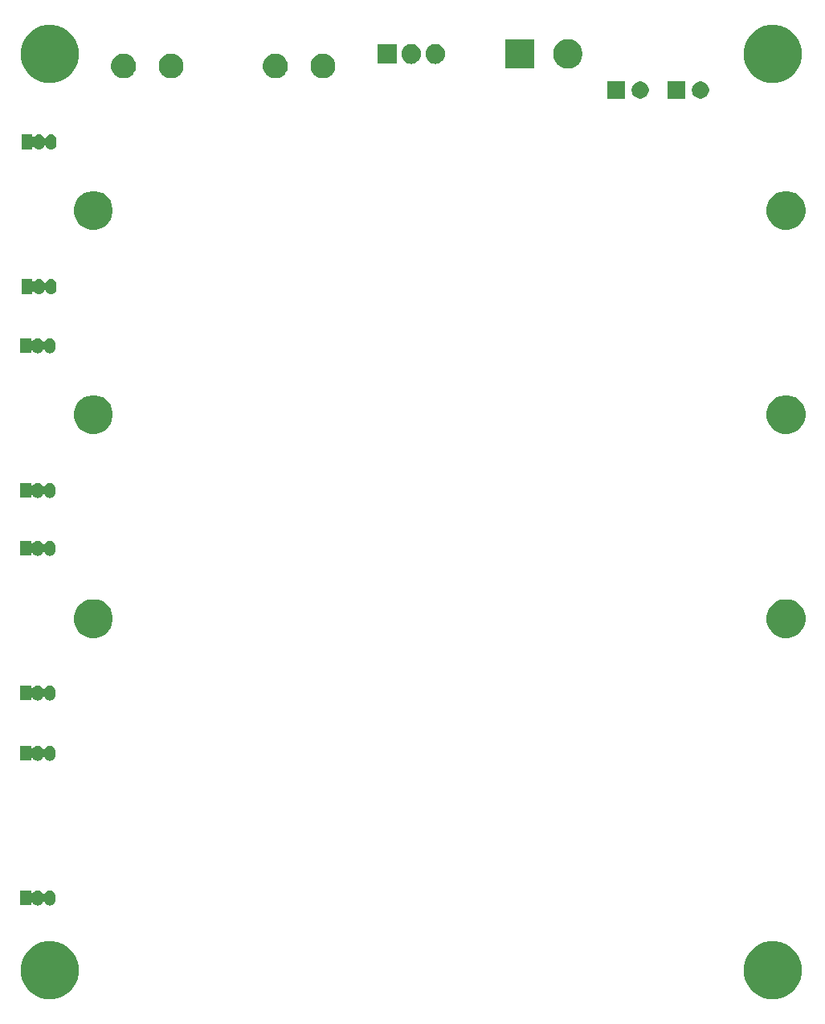
<source format=gbr>
G04 #@! TF.GenerationSoftware,KiCad,Pcbnew,5.1.5+dfsg1-2build2*
G04 #@! TF.CreationDate,2022-06-14T14:00:15+02:00*
G04 #@! TF.ProjectId,4x18650 z zabezpieczeniem,34783138-3635-4302-907a-207a6162657a,rev?*
G04 #@! TF.SameCoordinates,Original*
G04 #@! TF.FileFunction,Soldermask,Top*
G04 #@! TF.FilePolarity,Negative*
%FSLAX46Y46*%
G04 Gerber Fmt 4.6, Leading zero omitted, Abs format (unit mm)*
G04 Created by KiCad (PCBNEW 5.1.5+dfsg1-2build2) date 2022-06-14 14:00:15*
%MOMM*%
%LPD*%
G04 APERTURE LIST*
%ADD10C,0.100000*%
G04 APERTURE END LIST*
D10*
G36*
X229489943Y-157086248D02*
G01*
X230045189Y-157316238D01*
X230045190Y-157316239D01*
X230544899Y-157650134D01*
X230969866Y-158075101D01*
X230969867Y-158075103D01*
X231303762Y-158574811D01*
X231533752Y-159130057D01*
X231651000Y-159719501D01*
X231651000Y-160320499D01*
X231533752Y-160909943D01*
X231303762Y-161465189D01*
X231303761Y-161465190D01*
X230969866Y-161964899D01*
X230544899Y-162389866D01*
X230293347Y-162557948D01*
X230045189Y-162723762D01*
X229489943Y-162953752D01*
X228900499Y-163071000D01*
X228299501Y-163071000D01*
X227710057Y-162953752D01*
X227154811Y-162723762D01*
X226906653Y-162557948D01*
X226655101Y-162389866D01*
X226230134Y-161964899D01*
X225896239Y-161465190D01*
X225896238Y-161465189D01*
X225666248Y-160909943D01*
X225549000Y-160320499D01*
X225549000Y-159719501D01*
X225666248Y-159130057D01*
X225896238Y-158574811D01*
X226230133Y-158075103D01*
X226230134Y-158075101D01*
X226655101Y-157650134D01*
X227154810Y-157316239D01*
X227154811Y-157316238D01*
X227710057Y-157086248D01*
X228299501Y-156969000D01*
X228900499Y-156969000D01*
X229489943Y-157086248D01*
G37*
G36*
X153289943Y-157086248D02*
G01*
X153845189Y-157316238D01*
X153845190Y-157316239D01*
X154344899Y-157650134D01*
X154769866Y-158075101D01*
X154769867Y-158075103D01*
X155103762Y-158574811D01*
X155333752Y-159130057D01*
X155451000Y-159719501D01*
X155451000Y-160320499D01*
X155333752Y-160909943D01*
X155103762Y-161465189D01*
X155103761Y-161465190D01*
X154769866Y-161964899D01*
X154344899Y-162389866D01*
X154093347Y-162557948D01*
X153845189Y-162723762D01*
X153289943Y-162953752D01*
X152700499Y-163071000D01*
X152099501Y-163071000D01*
X151510057Y-162953752D01*
X150954811Y-162723762D01*
X150706653Y-162557948D01*
X150455101Y-162389866D01*
X150030134Y-161964899D01*
X149696239Y-161465190D01*
X149696238Y-161465189D01*
X149466248Y-160909943D01*
X149349000Y-160320499D01*
X149349000Y-159719501D01*
X149466248Y-159130057D01*
X149696238Y-158574811D01*
X150030133Y-158075103D01*
X150030134Y-158075101D01*
X150455101Y-157650134D01*
X150954810Y-157316239D01*
X150954811Y-157316238D01*
X151510057Y-157086248D01*
X152099501Y-156969000D01*
X152700499Y-156969000D01*
X153289943Y-157086248D01*
G37*
G36*
X152512915Y-151607334D02*
G01*
X152621491Y-151640271D01*
X152621494Y-151640272D01*
X152657600Y-151659571D01*
X152721556Y-151693756D01*
X152809264Y-151765736D01*
X152881244Y-151853443D01*
X152915429Y-151917399D01*
X152934728Y-151953505D01*
X152934729Y-151953508D01*
X152967666Y-152062084D01*
X152976000Y-152146702D01*
X152976000Y-152653297D01*
X152967666Y-152737916D01*
X152935252Y-152844767D01*
X152934728Y-152846495D01*
X152924761Y-152865141D01*
X152881244Y-152946557D01*
X152809264Y-153034264D01*
X152721557Y-153106244D01*
X152657601Y-153140429D01*
X152621495Y-153159728D01*
X152621492Y-153159729D01*
X152512916Y-153192666D01*
X152400000Y-153203787D01*
X152287085Y-153192666D01*
X152178509Y-153159729D01*
X152178506Y-153159728D01*
X152142400Y-153140429D01*
X152078444Y-153106244D01*
X151990737Y-153034264D01*
X151918757Y-152946557D01*
X151875239Y-152865141D01*
X151861625Y-152844766D01*
X151844298Y-152827439D01*
X151823924Y-152813826D01*
X151801285Y-152804448D01*
X151777252Y-152799668D01*
X151752748Y-152799668D01*
X151728715Y-152804448D01*
X151706076Y-152813826D01*
X151685701Y-152827440D01*
X151668374Y-152844767D01*
X151654761Y-152865141D01*
X151611244Y-152946557D01*
X151539264Y-153034264D01*
X151451557Y-153106244D01*
X151387601Y-153140429D01*
X151351495Y-153159728D01*
X151351492Y-153159729D01*
X151242916Y-153192666D01*
X151130000Y-153203787D01*
X151017085Y-153192666D01*
X150908509Y-153159729D01*
X150908506Y-153159728D01*
X150872400Y-153140429D01*
X150808444Y-153106244D01*
X150720737Y-153034264D01*
X150657622Y-152957359D01*
X150640297Y-152940034D01*
X150619923Y-152926420D01*
X150597284Y-152917043D01*
X150573250Y-152912263D01*
X150548746Y-152912263D01*
X150524713Y-152917044D01*
X150502074Y-152926421D01*
X150481700Y-152940035D01*
X150464373Y-152957362D01*
X150450759Y-152977736D01*
X150441382Y-153000375D01*
X150436000Y-153036660D01*
X150436000Y-153201000D01*
X149284000Y-153201000D01*
X149284000Y-151599000D01*
X150436000Y-151599000D01*
X150436000Y-151763341D01*
X150438402Y-151787727D01*
X150445515Y-151811176D01*
X150457066Y-151832787D01*
X150472611Y-151851729D01*
X150491553Y-151867274D01*
X150513164Y-151878825D01*
X150536613Y-151885938D01*
X150560999Y-151888340D01*
X150585385Y-151885938D01*
X150608834Y-151878825D01*
X150630445Y-151867274D01*
X150649387Y-151851729D01*
X150657608Y-151842657D01*
X150720736Y-151765736D01*
X150808443Y-151693756D01*
X150872399Y-151659571D01*
X150908505Y-151640272D01*
X150908508Y-151640271D01*
X151017084Y-151607334D01*
X151130000Y-151596213D01*
X151242915Y-151607334D01*
X151351491Y-151640271D01*
X151351494Y-151640272D01*
X151387600Y-151659571D01*
X151451556Y-151693756D01*
X151539264Y-151765736D01*
X151611244Y-151853443D01*
X151654761Y-151934859D01*
X151668375Y-151955234D01*
X151685702Y-151972561D01*
X151706076Y-151986174D01*
X151728715Y-151995552D01*
X151752748Y-152000332D01*
X151777252Y-152000332D01*
X151801285Y-151995552D01*
X151823924Y-151986174D01*
X151844299Y-151972560D01*
X151861626Y-151955233D01*
X151875239Y-151934860D01*
X151918756Y-151853444D01*
X151990736Y-151765736D01*
X152078443Y-151693756D01*
X152142399Y-151659571D01*
X152178505Y-151640272D01*
X152178508Y-151640271D01*
X152287084Y-151607334D01*
X152400000Y-151596213D01*
X152512915Y-151607334D01*
G37*
G36*
X152512915Y-136367334D02*
G01*
X152621491Y-136400271D01*
X152621494Y-136400272D01*
X152657600Y-136419571D01*
X152721556Y-136453756D01*
X152809264Y-136525736D01*
X152881244Y-136613443D01*
X152915429Y-136677399D01*
X152934728Y-136713505D01*
X152934729Y-136713508D01*
X152967666Y-136822084D01*
X152976000Y-136906702D01*
X152976000Y-137413297D01*
X152967666Y-137497916D01*
X152935252Y-137604767D01*
X152934728Y-137606495D01*
X152924761Y-137625141D01*
X152881244Y-137706557D01*
X152809264Y-137794264D01*
X152721557Y-137866244D01*
X152657601Y-137900429D01*
X152621495Y-137919728D01*
X152621492Y-137919729D01*
X152512916Y-137952666D01*
X152400000Y-137963787D01*
X152287085Y-137952666D01*
X152178509Y-137919729D01*
X152178506Y-137919728D01*
X152142400Y-137900429D01*
X152078444Y-137866244D01*
X151990737Y-137794264D01*
X151918757Y-137706557D01*
X151875239Y-137625141D01*
X151861625Y-137604766D01*
X151844298Y-137587439D01*
X151823924Y-137573826D01*
X151801285Y-137564448D01*
X151777252Y-137559668D01*
X151752748Y-137559668D01*
X151728715Y-137564448D01*
X151706076Y-137573826D01*
X151685701Y-137587440D01*
X151668374Y-137604767D01*
X151654761Y-137625141D01*
X151611244Y-137706557D01*
X151539264Y-137794264D01*
X151451557Y-137866244D01*
X151387601Y-137900429D01*
X151351495Y-137919728D01*
X151351492Y-137919729D01*
X151242916Y-137952666D01*
X151130000Y-137963787D01*
X151017085Y-137952666D01*
X150908509Y-137919729D01*
X150908506Y-137919728D01*
X150872400Y-137900429D01*
X150808444Y-137866244D01*
X150720737Y-137794264D01*
X150657622Y-137717359D01*
X150640297Y-137700034D01*
X150619923Y-137686420D01*
X150597284Y-137677043D01*
X150573250Y-137672263D01*
X150548746Y-137672263D01*
X150524713Y-137677044D01*
X150502074Y-137686421D01*
X150481700Y-137700035D01*
X150464373Y-137717362D01*
X150450759Y-137737736D01*
X150441382Y-137760375D01*
X150436000Y-137796660D01*
X150436000Y-137961000D01*
X149284000Y-137961000D01*
X149284000Y-136359000D01*
X150436000Y-136359000D01*
X150436000Y-136523341D01*
X150438402Y-136547727D01*
X150445515Y-136571176D01*
X150457066Y-136592787D01*
X150472611Y-136611729D01*
X150491553Y-136627274D01*
X150513164Y-136638825D01*
X150536613Y-136645938D01*
X150560999Y-136648340D01*
X150585385Y-136645938D01*
X150608834Y-136638825D01*
X150630445Y-136627274D01*
X150649387Y-136611729D01*
X150657608Y-136602657D01*
X150720736Y-136525736D01*
X150808443Y-136453756D01*
X150872399Y-136419571D01*
X150908505Y-136400272D01*
X150908508Y-136400271D01*
X151017084Y-136367334D01*
X151130000Y-136356213D01*
X151242915Y-136367334D01*
X151351491Y-136400271D01*
X151351494Y-136400272D01*
X151387600Y-136419571D01*
X151451556Y-136453756D01*
X151539264Y-136525736D01*
X151611244Y-136613443D01*
X151654761Y-136694859D01*
X151668375Y-136715234D01*
X151685702Y-136732561D01*
X151706076Y-136746174D01*
X151728715Y-136755552D01*
X151752748Y-136760332D01*
X151777252Y-136760332D01*
X151801285Y-136755552D01*
X151823924Y-136746174D01*
X151844299Y-136732560D01*
X151861626Y-136715233D01*
X151875239Y-136694860D01*
X151918756Y-136613444D01*
X151990736Y-136525736D01*
X152078443Y-136453756D01*
X152142399Y-136419571D01*
X152178505Y-136400272D01*
X152178508Y-136400271D01*
X152287084Y-136367334D01*
X152400000Y-136356213D01*
X152512915Y-136367334D01*
G37*
G36*
X152512915Y-130017334D02*
G01*
X152621491Y-130050271D01*
X152621494Y-130050272D01*
X152657600Y-130069571D01*
X152721556Y-130103756D01*
X152809264Y-130175736D01*
X152881244Y-130263443D01*
X152915429Y-130327399D01*
X152934728Y-130363505D01*
X152934729Y-130363508D01*
X152967666Y-130472084D01*
X152976000Y-130556702D01*
X152976000Y-131063297D01*
X152967666Y-131147916D01*
X152935252Y-131254767D01*
X152934728Y-131256495D01*
X152924761Y-131275141D01*
X152881244Y-131356557D01*
X152809264Y-131444264D01*
X152721557Y-131516244D01*
X152657601Y-131550429D01*
X152621495Y-131569728D01*
X152621492Y-131569729D01*
X152512916Y-131602666D01*
X152400000Y-131613787D01*
X152287085Y-131602666D01*
X152178509Y-131569729D01*
X152178506Y-131569728D01*
X152142400Y-131550429D01*
X152078444Y-131516244D01*
X151990737Y-131444264D01*
X151918757Y-131356557D01*
X151875239Y-131275141D01*
X151861625Y-131254766D01*
X151844298Y-131237439D01*
X151823924Y-131223826D01*
X151801285Y-131214448D01*
X151777252Y-131209668D01*
X151752748Y-131209668D01*
X151728715Y-131214448D01*
X151706076Y-131223826D01*
X151685701Y-131237440D01*
X151668374Y-131254767D01*
X151654761Y-131275141D01*
X151611244Y-131356557D01*
X151539264Y-131444264D01*
X151451557Y-131516244D01*
X151387601Y-131550429D01*
X151351495Y-131569728D01*
X151351492Y-131569729D01*
X151242916Y-131602666D01*
X151130000Y-131613787D01*
X151017085Y-131602666D01*
X150908509Y-131569729D01*
X150908506Y-131569728D01*
X150872400Y-131550429D01*
X150808444Y-131516244D01*
X150720737Y-131444264D01*
X150657622Y-131367359D01*
X150640297Y-131350034D01*
X150619923Y-131336420D01*
X150597284Y-131327043D01*
X150573250Y-131322263D01*
X150548746Y-131322263D01*
X150524713Y-131327044D01*
X150502074Y-131336421D01*
X150481700Y-131350035D01*
X150464373Y-131367362D01*
X150450759Y-131387736D01*
X150441382Y-131410375D01*
X150436000Y-131446660D01*
X150436000Y-131611000D01*
X149284000Y-131611000D01*
X149284000Y-130009000D01*
X150436000Y-130009000D01*
X150436000Y-130173341D01*
X150438402Y-130197727D01*
X150445515Y-130221176D01*
X150457066Y-130242787D01*
X150472611Y-130261729D01*
X150491553Y-130277274D01*
X150513164Y-130288825D01*
X150536613Y-130295938D01*
X150560999Y-130298340D01*
X150585385Y-130295938D01*
X150608834Y-130288825D01*
X150630445Y-130277274D01*
X150649387Y-130261729D01*
X150657608Y-130252657D01*
X150720736Y-130175736D01*
X150808443Y-130103756D01*
X150872399Y-130069571D01*
X150908505Y-130050272D01*
X150908508Y-130050271D01*
X151017084Y-130017334D01*
X151130000Y-130006213D01*
X151242915Y-130017334D01*
X151351491Y-130050271D01*
X151351494Y-130050272D01*
X151387600Y-130069571D01*
X151451556Y-130103756D01*
X151539264Y-130175736D01*
X151611244Y-130263443D01*
X151654761Y-130344859D01*
X151668375Y-130365234D01*
X151685702Y-130382561D01*
X151706076Y-130396174D01*
X151728715Y-130405552D01*
X151752748Y-130410332D01*
X151777252Y-130410332D01*
X151801285Y-130405552D01*
X151823924Y-130396174D01*
X151844299Y-130382560D01*
X151861626Y-130365233D01*
X151875239Y-130344860D01*
X151918756Y-130263444D01*
X151990736Y-130175736D01*
X152078443Y-130103756D01*
X152142399Y-130069571D01*
X152178505Y-130050272D01*
X152178508Y-130050271D01*
X152287084Y-130017334D01*
X152400000Y-130006213D01*
X152512915Y-130017334D01*
G37*
G36*
X157598254Y-121027818D02*
G01*
X157971511Y-121182426D01*
X157971513Y-121182427D01*
X158307436Y-121406884D01*
X158593116Y-121692564D01*
X158817574Y-122028489D01*
X158972182Y-122401746D01*
X159051000Y-122797993D01*
X159051000Y-123202007D01*
X158972182Y-123598254D01*
X158817574Y-123971511D01*
X158817573Y-123971513D01*
X158593116Y-124307436D01*
X158307436Y-124593116D01*
X157971513Y-124817573D01*
X157971512Y-124817574D01*
X157971511Y-124817574D01*
X157598254Y-124972182D01*
X157202007Y-125051000D01*
X156797993Y-125051000D01*
X156401746Y-124972182D01*
X156028489Y-124817574D01*
X156028488Y-124817574D01*
X156028487Y-124817573D01*
X155692564Y-124593116D01*
X155406884Y-124307436D01*
X155182427Y-123971513D01*
X155182426Y-123971511D01*
X155027818Y-123598254D01*
X154949000Y-123202007D01*
X154949000Y-122797993D01*
X155027818Y-122401746D01*
X155182426Y-122028489D01*
X155406884Y-121692564D01*
X155692564Y-121406884D01*
X156028487Y-121182427D01*
X156028489Y-121182426D01*
X156401746Y-121027818D01*
X156797993Y-120949000D01*
X157202007Y-120949000D01*
X157598254Y-121027818D01*
G37*
G36*
X230598254Y-121027818D02*
G01*
X230971511Y-121182426D01*
X230971513Y-121182427D01*
X231307436Y-121406884D01*
X231593116Y-121692564D01*
X231817574Y-122028489D01*
X231972182Y-122401746D01*
X232051000Y-122797993D01*
X232051000Y-123202007D01*
X231972182Y-123598254D01*
X231817574Y-123971511D01*
X231817573Y-123971513D01*
X231593116Y-124307436D01*
X231307436Y-124593116D01*
X230971513Y-124817573D01*
X230971512Y-124817574D01*
X230971511Y-124817574D01*
X230598254Y-124972182D01*
X230202007Y-125051000D01*
X229797993Y-125051000D01*
X229401746Y-124972182D01*
X229028489Y-124817574D01*
X229028488Y-124817574D01*
X229028487Y-124817573D01*
X228692564Y-124593116D01*
X228406884Y-124307436D01*
X228182427Y-123971513D01*
X228182426Y-123971511D01*
X228027818Y-123598254D01*
X227949000Y-123202007D01*
X227949000Y-122797993D01*
X228027818Y-122401746D01*
X228182426Y-122028489D01*
X228406884Y-121692564D01*
X228692564Y-121406884D01*
X229028487Y-121182427D01*
X229028489Y-121182426D01*
X229401746Y-121027818D01*
X229797993Y-120949000D01*
X230202007Y-120949000D01*
X230598254Y-121027818D01*
G37*
G36*
X152512915Y-114777334D02*
G01*
X152621491Y-114810271D01*
X152621494Y-114810272D01*
X152657600Y-114829571D01*
X152721556Y-114863756D01*
X152809264Y-114935736D01*
X152881244Y-115023443D01*
X152915429Y-115087399D01*
X152934728Y-115123505D01*
X152934729Y-115123508D01*
X152967666Y-115232084D01*
X152976000Y-115316702D01*
X152976000Y-115823297D01*
X152967666Y-115907916D01*
X152935252Y-116014767D01*
X152934728Y-116016495D01*
X152924761Y-116035141D01*
X152881244Y-116116557D01*
X152809264Y-116204264D01*
X152721557Y-116276244D01*
X152657601Y-116310429D01*
X152621495Y-116329728D01*
X152621492Y-116329729D01*
X152512916Y-116362666D01*
X152400000Y-116373787D01*
X152287085Y-116362666D01*
X152178509Y-116329729D01*
X152178506Y-116329728D01*
X152142400Y-116310429D01*
X152078444Y-116276244D01*
X151990737Y-116204264D01*
X151918757Y-116116557D01*
X151875239Y-116035141D01*
X151861625Y-116014766D01*
X151844298Y-115997439D01*
X151823924Y-115983826D01*
X151801285Y-115974448D01*
X151777252Y-115969668D01*
X151752748Y-115969668D01*
X151728715Y-115974448D01*
X151706076Y-115983826D01*
X151685701Y-115997440D01*
X151668374Y-116014767D01*
X151654761Y-116035141D01*
X151611244Y-116116557D01*
X151539264Y-116204264D01*
X151451557Y-116276244D01*
X151387601Y-116310429D01*
X151351495Y-116329728D01*
X151351492Y-116329729D01*
X151242916Y-116362666D01*
X151130000Y-116373787D01*
X151017085Y-116362666D01*
X150908509Y-116329729D01*
X150908506Y-116329728D01*
X150872400Y-116310429D01*
X150808444Y-116276244D01*
X150720737Y-116204264D01*
X150657622Y-116127359D01*
X150640297Y-116110034D01*
X150619923Y-116096420D01*
X150597284Y-116087043D01*
X150573250Y-116082263D01*
X150548746Y-116082263D01*
X150524713Y-116087044D01*
X150502074Y-116096421D01*
X150481700Y-116110035D01*
X150464373Y-116127362D01*
X150450759Y-116147736D01*
X150441382Y-116170375D01*
X150436000Y-116206660D01*
X150436000Y-116371000D01*
X149284000Y-116371000D01*
X149284000Y-114769000D01*
X150436000Y-114769000D01*
X150436000Y-114933341D01*
X150438402Y-114957727D01*
X150445515Y-114981176D01*
X150457066Y-115002787D01*
X150472611Y-115021729D01*
X150491553Y-115037274D01*
X150513164Y-115048825D01*
X150536613Y-115055938D01*
X150560999Y-115058340D01*
X150585385Y-115055938D01*
X150608834Y-115048825D01*
X150630445Y-115037274D01*
X150649387Y-115021729D01*
X150657608Y-115012657D01*
X150720736Y-114935736D01*
X150808443Y-114863756D01*
X150872399Y-114829571D01*
X150908505Y-114810272D01*
X150908508Y-114810271D01*
X151017084Y-114777334D01*
X151130000Y-114766213D01*
X151242915Y-114777334D01*
X151351491Y-114810271D01*
X151351494Y-114810272D01*
X151387600Y-114829571D01*
X151451556Y-114863756D01*
X151539264Y-114935736D01*
X151611244Y-115023443D01*
X151654761Y-115104859D01*
X151668375Y-115125234D01*
X151685702Y-115142561D01*
X151706076Y-115156174D01*
X151728715Y-115165552D01*
X151752748Y-115170332D01*
X151777252Y-115170332D01*
X151801285Y-115165552D01*
X151823924Y-115156174D01*
X151844299Y-115142560D01*
X151861626Y-115125233D01*
X151875239Y-115104860D01*
X151918756Y-115023444D01*
X151990736Y-114935736D01*
X152078443Y-114863756D01*
X152142399Y-114829571D01*
X152178505Y-114810272D01*
X152178508Y-114810271D01*
X152287084Y-114777334D01*
X152400000Y-114766213D01*
X152512915Y-114777334D01*
G37*
G36*
X152512915Y-108681334D02*
G01*
X152621491Y-108714271D01*
X152621494Y-108714272D01*
X152657600Y-108733571D01*
X152721556Y-108767756D01*
X152809264Y-108839736D01*
X152881244Y-108927443D01*
X152915429Y-108991399D01*
X152934728Y-109027505D01*
X152934729Y-109027508D01*
X152967666Y-109136084D01*
X152976000Y-109220702D01*
X152976000Y-109727297D01*
X152967666Y-109811916D01*
X152935252Y-109918767D01*
X152934728Y-109920495D01*
X152924761Y-109939141D01*
X152881244Y-110020557D01*
X152809264Y-110108264D01*
X152721557Y-110180244D01*
X152657601Y-110214429D01*
X152621495Y-110233728D01*
X152621492Y-110233729D01*
X152512916Y-110266666D01*
X152400000Y-110277787D01*
X152287085Y-110266666D01*
X152178509Y-110233729D01*
X152178506Y-110233728D01*
X152142400Y-110214429D01*
X152078444Y-110180244D01*
X151990737Y-110108264D01*
X151918757Y-110020557D01*
X151875239Y-109939141D01*
X151861625Y-109918766D01*
X151844298Y-109901439D01*
X151823924Y-109887826D01*
X151801285Y-109878448D01*
X151777252Y-109873668D01*
X151752748Y-109873668D01*
X151728715Y-109878448D01*
X151706076Y-109887826D01*
X151685701Y-109901440D01*
X151668374Y-109918767D01*
X151654761Y-109939141D01*
X151611244Y-110020557D01*
X151539264Y-110108264D01*
X151451557Y-110180244D01*
X151387601Y-110214429D01*
X151351495Y-110233728D01*
X151351492Y-110233729D01*
X151242916Y-110266666D01*
X151130000Y-110277787D01*
X151017085Y-110266666D01*
X150908509Y-110233729D01*
X150908506Y-110233728D01*
X150872400Y-110214429D01*
X150808444Y-110180244D01*
X150720737Y-110108264D01*
X150657622Y-110031359D01*
X150640297Y-110014034D01*
X150619923Y-110000420D01*
X150597284Y-109991043D01*
X150573250Y-109986263D01*
X150548746Y-109986263D01*
X150524713Y-109991044D01*
X150502074Y-110000421D01*
X150481700Y-110014035D01*
X150464373Y-110031362D01*
X150450759Y-110051736D01*
X150441382Y-110074375D01*
X150436000Y-110110660D01*
X150436000Y-110275000D01*
X149284000Y-110275000D01*
X149284000Y-108673000D01*
X150436000Y-108673000D01*
X150436000Y-108837341D01*
X150438402Y-108861727D01*
X150445515Y-108885176D01*
X150457066Y-108906787D01*
X150472611Y-108925729D01*
X150491553Y-108941274D01*
X150513164Y-108952825D01*
X150536613Y-108959938D01*
X150560999Y-108962340D01*
X150585385Y-108959938D01*
X150608834Y-108952825D01*
X150630445Y-108941274D01*
X150649387Y-108925729D01*
X150657608Y-108916657D01*
X150720736Y-108839736D01*
X150808443Y-108767756D01*
X150872399Y-108733571D01*
X150908505Y-108714272D01*
X150908508Y-108714271D01*
X151017084Y-108681334D01*
X151130000Y-108670213D01*
X151242915Y-108681334D01*
X151351491Y-108714271D01*
X151351494Y-108714272D01*
X151387600Y-108733571D01*
X151451556Y-108767756D01*
X151539264Y-108839736D01*
X151611244Y-108927443D01*
X151654761Y-109008859D01*
X151668375Y-109029234D01*
X151685702Y-109046561D01*
X151706076Y-109060174D01*
X151728715Y-109069552D01*
X151752748Y-109074332D01*
X151777252Y-109074332D01*
X151801285Y-109069552D01*
X151823924Y-109060174D01*
X151844299Y-109046560D01*
X151861626Y-109029233D01*
X151875239Y-109008860D01*
X151918756Y-108927444D01*
X151990736Y-108839736D01*
X152078443Y-108767756D01*
X152142399Y-108733571D01*
X152178505Y-108714272D01*
X152178508Y-108714271D01*
X152287084Y-108681334D01*
X152400000Y-108670213D01*
X152512915Y-108681334D01*
G37*
G36*
X230598254Y-99527818D02*
G01*
X230971511Y-99682426D01*
X230971513Y-99682427D01*
X231307436Y-99906884D01*
X231593116Y-100192564D01*
X231817574Y-100528489D01*
X231972182Y-100901746D01*
X232051000Y-101297993D01*
X232051000Y-101702007D01*
X231972182Y-102098254D01*
X231817574Y-102471511D01*
X231817573Y-102471513D01*
X231593116Y-102807436D01*
X231307436Y-103093116D01*
X230971513Y-103317573D01*
X230971512Y-103317574D01*
X230971511Y-103317574D01*
X230598254Y-103472182D01*
X230202007Y-103551000D01*
X229797993Y-103551000D01*
X229401746Y-103472182D01*
X229028489Y-103317574D01*
X229028488Y-103317574D01*
X229028487Y-103317573D01*
X228692564Y-103093116D01*
X228406884Y-102807436D01*
X228182427Y-102471513D01*
X228182426Y-102471511D01*
X228027818Y-102098254D01*
X227949000Y-101702007D01*
X227949000Y-101297993D01*
X228027818Y-100901746D01*
X228182426Y-100528489D01*
X228406884Y-100192564D01*
X228692564Y-99906884D01*
X229028487Y-99682427D01*
X229028489Y-99682426D01*
X229401746Y-99527818D01*
X229797993Y-99449000D01*
X230202007Y-99449000D01*
X230598254Y-99527818D01*
G37*
G36*
X157598254Y-99527818D02*
G01*
X157971511Y-99682426D01*
X157971513Y-99682427D01*
X158307436Y-99906884D01*
X158593116Y-100192564D01*
X158817574Y-100528489D01*
X158972182Y-100901746D01*
X159051000Y-101297993D01*
X159051000Y-101702007D01*
X158972182Y-102098254D01*
X158817574Y-102471511D01*
X158817573Y-102471513D01*
X158593116Y-102807436D01*
X158307436Y-103093116D01*
X157971513Y-103317573D01*
X157971512Y-103317574D01*
X157971511Y-103317574D01*
X157598254Y-103472182D01*
X157202007Y-103551000D01*
X156797993Y-103551000D01*
X156401746Y-103472182D01*
X156028489Y-103317574D01*
X156028488Y-103317574D01*
X156028487Y-103317573D01*
X155692564Y-103093116D01*
X155406884Y-102807436D01*
X155182427Y-102471513D01*
X155182426Y-102471511D01*
X155027818Y-102098254D01*
X154949000Y-101702007D01*
X154949000Y-101297993D01*
X155027818Y-100901746D01*
X155182426Y-100528489D01*
X155406884Y-100192564D01*
X155692564Y-99906884D01*
X156028487Y-99682427D01*
X156028489Y-99682426D01*
X156401746Y-99527818D01*
X156797993Y-99449000D01*
X157202007Y-99449000D01*
X157598254Y-99527818D01*
G37*
G36*
X152512915Y-93441334D02*
G01*
X152621491Y-93474271D01*
X152621494Y-93474272D01*
X152657600Y-93493571D01*
X152721556Y-93527756D01*
X152809264Y-93599736D01*
X152881244Y-93687443D01*
X152915429Y-93751399D01*
X152934728Y-93787505D01*
X152934729Y-93787508D01*
X152967666Y-93896084D01*
X152976000Y-93980702D01*
X152976000Y-94487297D01*
X152967666Y-94571916D01*
X152935252Y-94678767D01*
X152934728Y-94680495D01*
X152924761Y-94699141D01*
X152881244Y-94780557D01*
X152809264Y-94868264D01*
X152721557Y-94940244D01*
X152657601Y-94974429D01*
X152621495Y-94993728D01*
X152621492Y-94993729D01*
X152512916Y-95026666D01*
X152400000Y-95037787D01*
X152287085Y-95026666D01*
X152178509Y-94993729D01*
X152178506Y-94993728D01*
X152142400Y-94974429D01*
X152078444Y-94940244D01*
X151990737Y-94868264D01*
X151918757Y-94780557D01*
X151875239Y-94699141D01*
X151861625Y-94678766D01*
X151844298Y-94661439D01*
X151823924Y-94647826D01*
X151801285Y-94638448D01*
X151777252Y-94633668D01*
X151752748Y-94633668D01*
X151728715Y-94638448D01*
X151706076Y-94647826D01*
X151685701Y-94661440D01*
X151668374Y-94678767D01*
X151654761Y-94699141D01*
X151611244Y-94780557D01*
X151539264Y-94868264D01*
X151451557Y-94940244D01*
X151387601Y-94974429D01*
X151351495Y-94993728D01*
X151351492Y-94993729D01*
X151242916Y-95026666D01*
X151130000Y-95037787D01*
X151017085Y-95026666D01*
X150908509Y-94993729D01*
X150908506Y-94993728D01*
X150872400Y-94974429D01*
X150808444Y-94940244D01*
X150720737Y-94868264D01*
X150657622Y-94791359D01*
X150640297Y-94774034D01*
X150619923Y-94760420D01*
X150597284Y-94751043D01*
X150573250Y-94746263D01*
X150548746Y-94746263D01*
X150524713Y-94751044D01*
X150502074Y-94760421D01*
X150481700Y-94774035D01*
X150464373Y-94791362D01*
X150450759Y-94811736D01*
X150441382Y-94834375D01*
X150436000Y-94870660D01*
X150436000Y-95035000D01*
X149284000Y-95035000D01*
X149284000Y-93433000D01*
X150436000Y-93433000D01*
X150436000Y-93597341D01*
X150438402Y-93621727D01*
X150445515Y-93645176D01*
X150457066Y-93666787D01*
X150472611Y-93685729D01*
X150491553Y-93701274D01*
X150513164Y-93712825D01*
X150536613Y-93719938D01*
X150560999Y-93722340D01*
X150585385Y-93719938D01*
X150608834Y-93712825D01*
X150630445Y-93701274D01*
X150649387Y-93685729D01*
X150657608Y-93676657D01*
X150720736Y-93599736D01*
X150808443Y-93527756D01*
X150872399Y-93493571D01*
X150908505Y-93474272D01*
X150908508Y-93474271D01*
X151017084Y-93441334D01*
X151130000Y-93430213D01*
X151242915Y-93441334D01*
X151351491Y-93474271D01*
X151351494Y-93474272D01*
X151387600Y-93493571D01*
X151451556Y-93527756D01*
X151539264Y-93599736D01*
X151611244Y-93687443D01*
X151654761Y-93768859D01*
X151668375Y-93789234D01*
X151685702Y-93806561D01*
X151706076Y-93820174D01*
X151728715Y-93829552D01*
X151752748Y-93834332D01*
X151777252Y-93834332D01*
X151801285Y-93829552D01*
X151823924Y-93820174D01*
X151844299Y-93806560D01*
X151861626Y-93789233D01*
X151875239Y-93768860D01*
X151918756Y-93687444D01*
X151990736Y-93599736D01*
X152078443Y-93527756D01*
X152142399Y-93493571D01*
X152178505Y-93474272D01*
X152178508Y-93474271D01*
X152287084Y-93441334D01*
X152400000Y-93430213D01*
X152512915Y-93441334D01*
G37*
G36*
X152644915Y-87201334D02*
G01*
X152753491Y-87234271D01*
X152753494Y-87234272D01*
X152789600Y-87253571D01*
X152853556Y-87287756D01*
X152941264Y-87359736D01*
X153013244Y-87447443D01*
X153047429Y-87511399D01*
X153066728Y-87547505D01*
X153066729Y-87547508D01*
X153099666Y-87656084D01*
X153108000Y-87740702D01*
X153108000Y-88247297D01*
X153099666Y-88331916D01*
X153067252Y-88438767D01*
X153066728Y-88440495D01*
X153056761Y-88459141D01*
X153013244Y-88540557D01*
X152941264Y-88628264D01*
X152853557Y-88700244D01*
X152789601Y-88734429D01*
X152753495Y-88753728D01*
X152753492Y-88753729D01*
X152644916Y-88786666D01*
X152532000Y-88797787D01*
X152419085Y-88786666D01*
X152310509Y-88753729D01*
X152310506Y-88753728D01*
X152274400Y-88734429D01*
X152210444Y-88700244D01*
X152122737Y-88628264D01*
X152050757Y-88540557D01*
X152007239Y-88459141D01*
X151993625Y-88438766D01*
X151976298Y-88421439D01*
X151955924Y-88407826D01*
X151933285Y-88398448D01*
X151909252Y-88393668D01*
X151884748Y-88393668D01*
X151860715Y-88398448D01*
X151838076Y-88407826D01*
X151817701Y-88421440D01*
X151800374Y-88438767D01*
X151786761Y-88459141D01*
X151743244Y-88540557D01*
X151671264Y-88628264D01*
X151583557Y-88700244D01*
X151519601Y-88734429D01*
X151483495Y-88753728D01*
X151483492Y-88753729D01*
X151374916Y-88786666D01*
X151262000Y-88797787D01*
X151149085Y-88786666D01*
X151040509Y-88753729D01*
X151040506Y-88753728D01*
X151004400Y-88734429D01*
X150940444Y-88700244D01*
X150852737Y-88628264D01*
X150789622Y-88551359D01*
X150772297Y-88534034D01*
X150751923Y-88520420D01*
X150729284Y-88511043D01*
X150705250Y-88506263D01*
X150680746Y-88506263D01*
X150656713Y-88511044D01*
X150634074Y-88520421D01*
X150613700Y-88534035D01*
X150596373Y-88551362D01*
X150582759Y-88571736D01*
X150573382Y-88594375D01*
X150568000Y-88630660D01*
X150568000Y-88795000D01*
X149416000Y-88795000D01*
X149416000Y-87193000D01*
X150568000Y-87193000D01*
X150568000Y-87357341D01*
X150570402Y-87381727D01*
X150577515Y-87405176D01*
X150589066Y-87426787D01*
X150604611Y-87445729D01*
X150623553Y-87461274D01*
X150645164Y-87472825D01*
X150668613Y-87479938D01*
X150692999Y-87482340D01*
X150717385Y-87479938D01*
X150740834Y-87472825D01*
X150762445Y-87461274D01*
X150781387Y-87445729D01*
X150789608Y-87436657D01*
X150852736Y-87359736D01*
X150940443Y-87287756D01*
X151004399Y-87253571D01*
X151040505Y-87234272D01*
X151040508Y-87234271D01*
X151149084Y-87201334D01*
X151262000Y-87190213D01*
X151374915Y-87201334D01*
X151483491Y-87234271D01*
X151483494Y-87234272D01*
X151519600Y-87253571D01*
X151583556Y-87287756D01*
X151671264Y-87359736D01*
X151743244Y-87447443D01*
X151786761Y-87528859D01*
X151800375Y-87549234D01*
X151817702Y-87566561D01*
X151838076Y-87580174D01*
X151860715Y-87589552D01*
X151884748Y-87594332D01*
X151909252Y-87594332D01*
X151933285Y-87589552D01*
X151955924Y-87580174D01*
X151976299Y-87566560D01*
X151993626Y-87549233D01*
X152007239Y-87528860D01*
X152050756Y-87447444D01*
X152122736Y-87359736D01*
X152210443Y-87287756D01*
X152274399Y-87253571D01*
X152310505Y-87234272D01*
X152310508Y-87234271D01*
X152419084Y-87201334D01*
X152532000Y-87190213D01*
X152644915Y-87201334D01*
G37*
G36*
X157598254Y-78027818D02*
G01*
X157971511Y-78182426D01*
X157971513Y-78182427D01*
X158307436Y-78406884D01*
X158593116Y-78692564D01*
X158817574Y-79028489D01*
X158972182Y-79401746D01*
X159051000Y-79797993D01*
X159051000Y-80202007D01*
X158972182Y-80598254D01*
X158817574Y-80971511D01*
X158817573Y-80971513D01*
X158593116Y-81307436D01*
X158307436Y-81593116D01*
X157971513Y-81817573D01*
X157971512Y-81817574D01*
X157971511Y-81817574D01*
X157598254Y-81972182D01*
X157202007Y-82051000D01*
X156797993Y-82051000D01*
X156401746Y-81972182D01*
X156028489Y-81817574D01*
X156028488Y-81817574D01*
X156028487Y-81817573D01*
X155692564Y-81593116D01*
X155406884Y-81307436D01*
X155182427Y-80971513D01*
X155182426Y-80971511D01*
X155027818Y-80598254D01*
X154949000Y-80202007D01*
X154949000Y-79797993D01*
X155027818Y-79401746D01*
X155182426Y-79028489D01*
X155406884Y-78692564D01*
X155692564Y-78406884D01*
X156028487Y-78182427D01*
X156028489Y-78182426D01*
X156401746Y-78027818D01*
X156797993Y-77949000D01*
X157202007Y-77949000D01*
X157598254Y-78027818D01*
G37*
G36*
X230598254Y-78027818D02*
G01*
X230971511Y-78182426D01*
X230971513Y-78182427D01*
X231307436Y-78406884D01*
X231593116Y-78692564D01*
X231817574Y-79028489D01*
X231972182Y-79401746D01*
X232051000Y-79797993D01*
X232051000Y-80202007D01*
X231972182Y-80598254D01*
X231817574Y-80971511D01*
X231817573Y-80971513D01*
X231593116Y-81307436D01*
X231307436Y-81593116D01*
X230971513Y-81817573D01*
X230971512Y-81817574D01*
X230971511Y-81817574D01*
X230598254Y-81972182D01*
X230202007Y-82051000D01*
X229797993Y-82051000D01*
X229401746Y-81972182D01*
X229028489Y-81817574D01*
X229028488Y-81817574D01*
X229028487Y-81817573D01*
X228692564Y-81593116D01*
X228406884Y-81307436D01*
X228182427Y-80971513D01*
X228182426Y-80971511D01*
X228027818Y-80598254D01*
X227949000Y-80202007D01*
X227949000Y-79797993D01*
X228027818Y-79401746D01*
X228182426Y-79028489D01*
X228406884Y-78692564D01*
X228692564Y-78406884D01*
X229028487Y-78182427D01*
X229028489Y-78182426D01*
X229401746Y-78027818D01*
X229797993Y-77949000D01*
X230202007Y-77949000D01*
X230598254Y-78027818D01*
G37*
G36*
X152644915Y-71961334D02*
G01*
X152753491Y-71994271D01*
X152753494Y-71994272D01*
X152789600Y-72013571D01*
X152853556Y-72047756D01*
X152941264Y-72119736D01*
X153013244Y-72207443D01*
X153047429Y-72271399D01*
X153066728Y-72307505D01*
X153066729Y-72307508D01*
X153099666Y-72416084D01*
X153108000Y-72500702D01*
X153108000Y-73007297D01*
X153099666Y-73091916D01*
X153067252Y-73198767D01*
X153066728Y-73200495D01*
X153056761Y-73219141D01*
X153013244Y-73300557D01*
X152941264Y-73388264D01*
X152853557Y-73460244D01*
X152789601Y-73494429D01*
X152753495Y-73513728D01*
X152753492Y-73513729D01*
X152644916Y-73546666D01*
X152532000Y-73557787D01*
X152419085Y-73546666D01*
X152310509Y-73513729D01*
X152310506Y-73513728D01*
X152274400Y-73494429D01*
X152210444Y-73460244D01*
X152122737Y-73388264D01*
X152050757Y-73300557D01*
X152007239Y-73219141D01*
X151993625Y-73198766D01*
X151976298Y-73181439D01*
X151955924Y-73167826D01*
X151933285Y-73158448D01*
X151909252Y-73153668D01*
X151884748Y-73153668D01*
X151860715Y-73158448D01*
X151838076Y-73167826D01*
X151817701Y-73181440D01*
X151800374Y-73198767D01*
X151786761Y-73219141D01*
X151743244Y-73300557D01*
X151671264Y-73388264D01*
X151583557Y-73460244D01*
X151519601Y-73494429D01*
X151483495Y-73513728D01*
X151483492Y-73513729D01*
X151374916Y-73546666D01*
X151262000Y-73557787D01*
X151149085Y-73546666D01*
X151040509Y-73513729D01*
X151040506Y-73513728D01*
X151004400Y-73494429D01*
X150940444Y-73460244D01*
X150852737Y-73388264D01*
X150789622Y-73311359D01*
X150772297Y-73294034D01*
X150751923Y-73280420D01*
X150729284Y-73271043D01*
X150705250Y-73266263D01*
X150680746Y-73266263D01*
X150656713Y-73271044D01*
X150634074Y-73280421D01*
X150613700Y-73294035D01*
X150596373Y-73311362D01*
X150582759Y-73331736D01*
X150573382Y-73354375D01*
X150568000Y-73390660D01*
X150568000Y-73555000D01*
X149416000Y-73555000D01*
X149416000Y-71953000D01*
X150568000Y-71953000D01*
X150568000Y-72117341D01*
X150570402Y-72141727D01*
X150577515Y-72165176D01*
X150589066Y-72186787D01*
X150604611Y-72205729D01*
X150623553Y-72221274D01*
X150645164Y-72232825D01*
X150668613Y-72239938D01*
X150692999Y-72242340D01*
X150717385Y-72239938D01*
X150740834Y-72232825D01*
X150762445Y-72221274D01*
X150781387Y-72205729D01*
X150789608Y-72196657D01*
X150852736Y-72119736D01*
X150940443Y-72047756D01*
X151004399Y-72013571D01*
X151040505Y-71994272D01*
X151040508Y-71994271D01*
X151149084Y-71961334D01*
X151262000Y-71950213D01*
X151374915Y-71961334D01*
X151483491Y-71994271D01*
X151483494Y-71994272D01*
X151519600Y-72013571D01*
X151583556Y-72047756D01*
X151671264Y-72119736D01*
X151743244Y-72207443D01*
X151786761Y-72288859D01*
X151800375Y-72309234D01*
X151817702Y-72326561D01*
X151838076Y-72340174D01*
X151860715Y-72349552D01*
X151884748Y-72354332D01*
X151909252Y-72354332D01*
X151933285Y-72349552D01*
X151955924Y-72340174D01*
X151976299Y-72326560D01*
X151993626Y-72309233D01*
X152007239Y-72288860D01*
X152050756Y-72207444D01*
X152122736Y-72119736D01*
X152210443Y-72047756D01*
X152274399Y-72013571D01*
X152310505Y-71994272D01*
X152310508Y-71994271D01*
X152419084Y-71961334D01*
X152532000Y-71950213D01*
X152644915Y-71961334D01*
G37*
G36*
X219341000Y-68211000D02*
G01*
X217539000Y-68211000D01*
X217539000Y-66409000D01*
X219341000Y-66409000D01*
X219341000Y-68211000D01*
G37*
G36*
X212991000Y-68211000D02*
G01*
X211189000Y-68211000D01*
X211189000Y-66409000D01*
X212991000Y-66409000D01*
X212991000Y-68211000D01*
G37*
G36*
X214743512Y-66413927D02*
G01*
X214892812Y-66443624D01*
X215056784Y-66511544D01*
X215204354Y-66610147D01*
X215329853Y-66735646D01*
X215428456Y-66883216D01*
X215496376Y-67047188D01*
X215531000Y-67221259D01*
X215531000Y-67398741D01*
X215496376Y-67572812D01*
X215428456Y-67736784D01*
X215329853Y-67884354D01*
X215204354Y-68009853D01*
X215056784Y-68108456D01*
X214892812Y-68176376D01*
X214743512Y-68206073D01*
X214718742Y-68211000D01*
X214541258Y-68211000D01*
X214516488Y-68206073D01*
X214367188Y-68176376D01*
X214203216Y-68108456D01*
X214055646Y-68009853D01*
X213930147Y-67884354D01*
X213831544Y-67736784D01*
X213763624Y-67572812D01*
X213729000Y-67398741D01*
X213729000Y-67221259D01*
X213763624Y-67047188D01*
X213831544Y-66883216D01*
X213930147Y-66735646D01*
X214055646Y-66610147D01*
X214203216Y-66511544D01*
X214367188Y-66443624D01*
X214516488Y-66413927D01*
X214541258Y-66409000D01*
X214718742Y-66409000D01*
X214743512Y-66413927D01*
G37*
G36*
X221093512Y-66413927D02*
G01*
X221242812Y-66443624D01*
X221406784Y-66511544D01*
X221554354Y-66610147D01*
X221679853Y-66735646D01*
X221778456Y-66883216D01*
X221846376Y-67047188D01*
X221881000Y-67221259D01*
X221881000Y-67398741D01*
X221846376Y-67572812D01*
X221778456Y-67736784D01*
X221679853Y-67884354D01*
X221554354Y-68009853D01*
X221406784Y-68108456D01*
X221242812Y-68176376D01*
X221093512Y-68206073D01*
X221068742Y-68211000D01*
X220891258Y-68211000D01*
X220866488Y-68206073D01*
X220717188Y-68176376D01*
X220553216Y-68108456D01*
X220405646Y-68009853D01*
X220280147Y-67884354D01*
X220181544Y-67736784D01*
X220113624Y-67572812D01*
X220079000Y-67398741D01*
X220079000Y-67221259D01*
X220113624Y-67047188D01*
X220181544Y-66883216D01*
X220280147Y-66735646D01*
X220405646Y-66610147D01*
X220553216Y-66511544D01*
X220717188Y-66443624D01*
X220866488Y-66413927D01*
X220891258Y-66409000D01*
X221068742Y-66409000D01*
X221093512Y-66413927D01*
G37*
G36*
X153289943Y-60566248D02*
G01*
X153845189Y-60796238D01*
X153845190Y-60796239D01*
X154344899Y-61130134D01*
X154769866Y-61555101D01*
X154769867Y-61555103D01*
X155103762Y-62054811D01*
X155333752Y-62610057D01*
X155451000Y-63199501D01*
X155451000Y-63800499D01*
X155333752Y-64389943D01*
X155103762Y-64945189D01*
X155103761Y-64945190D01*
X154769866Y-65444899D01*
X154344899Y-65869866D01*
X154265480Y-65922932D01*
X153845189Y-66203762D01*
X153289943Y-66433752D01*
X152700499Y-66551000D01*
X152099501Y-66551000D01*
X151510057Y-66433752D01*
X150954811Y-66203762D01*
X150534520Y-65922932D01*
X150455101Y-65869866D01*
X150030134Y-65444899D01*
X149696239Y-64945190D01*
X149696238Y-64945189D01*
X149466248Y-64389943D01*
X149349000Y-63800499D01*
X149349000Y-63199501D01*
X149466248Y-62610057D01*
X149696238Y-62054811D01*
X150030133Y-61555103D01*
X150030134Y-61555101D01*
X150455101Y-61130134D01*
X150954810Y-60796239D01*
X150954811Y-60796238D01*
X151510057Y-60566248D01*
X152099501Y-60449000D01*
X152700499Y-60449000D01*
X153289943Y-60566248D01*
G37*
G36*
X229489943Y-60566248D02*
G01*
X230045189Y-60796238D01*
X230045190Y-60796239D01*
X230544899Y-61130134D01*
X230969866Y-61555101D01*
X230969867Y-61555103D01*
X231303762Y-62054811D01*
X231533752Y-62610057D01*
X231651000Y-63199501D01*
X231651000Y-63800499D01*
X231533752Y-64389943D01*
X231303762Y-64945189D01*
X231303761Y-64945190D01*
X230969866Y-65444899D01*
X230544899Y-65869866D01*
X230465480Y-65922932D01*
X230045189Y-66203762D01*
X229489943Y-66433752D01*
X228900499Y-66551000D01*
X228299501Y-66551000D01*
X227710057Y-66433752D01*
X227154811Y-66203762D01*
X226734520Y-65922932D01*
X226655101Y-65869866D01*
X226230134Y-65444899D01*
X225896239Y-64945190D01*
X225896238Y-64945189D01*
X225666248Y-64389943D01*
X225549000Y-63800499D01*
X225549000Y-63199501D01*
X225666248Y-62610057D01*
X225896238Y-62054811D01*
X226230133Y-61555103D01*
X226230134Y-61555101D01*
X226655101Y-61130134D01*
X227154810Y-60796239D01*
X227154811Y-60796238D01*
X227710057Y-60566248D01*
X228299501Y-60449000D01*
X228900499Y-60449000D01*
X229489943Y-60566248D01*
G37*
G36*
X160567487Y-63518996D02*
G01*
X160804253Y-63617068D01*
X160804255Y-63617069D01*
X160857670Y-63652760D01*
X161017339Y-63759447D01*
X161198553Y-63940661D01*
X161340932Y-64153747D01*
X161439004Y-64390513D01*
X161489000Y-64641861D01*
X161489000Y-64898139D01*
X161439004Y-65149487D01*
X161340932Y-65386253D01*
X161340931Y-65386255D01*
X161198553Y-65599339D01*
X161017339Y-65780553D01*
X160804255Y-65922931D01*
X160804254Y-65922932D01*
X160804253Y-65922932D01*
X160567487Y-66021004D01*
X160316139Y-66071000D01*
X160059861Y-66071000D01*
X159808513Y-66021004D01*
X159571747Y-65922932D01*
X159571746Y-65922932D01*
X159571745Y-65922931D01*
X159358661Y-65780553D01*
X159177447Y-65599339D01*
X159035069Y-65386255D01*
X159035068Y-65386253D01*
X158936996Y-65149487D01*
X158887000Y-64898139D01*
X158887000Y-64641861D01*
X158936996Y-64390513D01*
X159035068Y-64153747D01*
X159177447Y-63940661D01*
X159358661Y-63759447D01*
X159518330Y-63652760D01*
X159571745Y-63617069D01*
X159571747Y-63617068D01*
X159808513Y-63518996D01*
X160059861Y-63469000D01*
X160316139Y-63469000D01*
X160567487Y-63518996D01*
G37*
G36*
X176567487Y-63518996D02*
G01*
X176804253Y-63617068D01*
X176804255Y-63617069D01*
X176857670Y-63652760D01*
X177017339Y-63759447D01*
X177198553Y-63940661D01*
X177340932Y-64153747D01*
X177439004Y-64390513D01*
X177489000Y-64641861D01*
X177489000Y-64898139D01*
X177439004Y-65149487D01*
X177340932Y-65386253D01*
X177340931Y-65386255D01*
X177198553Y-65599339D01*
X177017339Y-65780553D01*
X176804255Y-65922931D01*
X176804254Y-65922932D01*
X176804253Y-65922932D01*
X176567487Y-66021004D01*
X176316139Y-66071000D01*
X176059861Y-66071000D01*
X175808513Y-66021004D01*
X175571747Y-65922932D01*
X175571746Y-65922932D01*
X175571745Y-65922931D01*
X175358661Y-65780553D01*
X175177447Y-65599339D01*
X175035069Y-65386255D01*
X175035068Y-65386253D01*
X174936996Y-65149487D01*
X174887000Y-64898139D01*
X174887000Y-64641861D01*
X174936996Y-64390513D01*
X175035068Y-64153747D01*
X175177447Y-63940661D01*
X175358661Y-63759447D01*
X175518330Y-63652760D01*
X175571745Y-63617069D01*
X175571747Y-63617068D01*
X175808513Y-63518996D01*
X176059861Y-63469000D01*
X176316139Y-63469000D01*
X176567487Y-63518996D01*
G37*
G36*
X181567487Y-63518996D02*
G01*
X181804253Y-63617068D01*
X181804255Y-63617069D01*
X181857670Y-63652760D01*
X182017339Y-63759447D01*
X182198553Y-63940661D01*
X182340932Y-64153747D01*
X182439004Y-64390513D01*
X182489000Y-64641861D01*
X182489000Y-64898139D01*
X182439004Y-65149487D01*
X182340932Y-65386253D01*
X182340931Y-65386255D01*
X182198553Y-65599339D01*
X182017339Y-65780553D01*
X181804255Y-65922931D01*
X181804254Y-65922932D01*
X181804253Y-65922932D01*
X181567487Y-66021004D01*
X181316139Y-66071000D01*
X181059861Y-66071000D01*
X180808513Y-66021004D01*
X180571747Y-65922932D01*
X180571746Y-65922932D01*
X180571745Y-65922931D01*
X180358661Y-65780553D01*
X180177447Y-65599339D01*
X180035069Y-65386255D01*
X180035068Y-65386253D01*
X179936996Y-65149487D01*
X179887000Y-64898139D01*
X179887000Y-64641861D01*
X179936996Y-64390513D01*
X180035068Y-64153747D01*
X180177447Y-63940661D01*
X180358661Y-63759447D01*
X180518330Y-63652760D01*
X180571745Y-63617069D01*
X180571747Y-63617068D01*
X180808513Y-63518996D01*
X181059861Y-63469000D01*
X181316139Y-63469000D01*
X181567487Y-63518996D01*
G37*
G36*
X165567487Y-63518996D02*
G01*
X165804253Y-63617068D01*
X165804255Y-63617069D01*
X165857670Y-63652760D01*
X166017339Y-63759447D01*
X166198553Y-63940661D01*
X166340932Y-64153747D01*
X166439004Y-64390513D01*
X166489000Y-64641861D01*
X166489000Y-64898139D01*
X166439004Y-65149487D01*
X166340932Y-65386253D01*
X166340931Y-65386255D01*
X166198553Y-65599339D01*
X166017339Y-65780553D01*
X165804255Y-65922931D01*
X165804254Y-65922932D01*
X165804253Y-65922932D01*
X165567487Y-66021004D01*
X165316139Y-66071000D01*
X165059861Y-66071000D01*
X164808513Y-66021004D01*
X164571747Y-65922932D01*
X164571746Y-65922932D01*
X164571745Y-65922931D01*
X164358661Y-65780553D01*
X164177447Y-65599339D01*
X164035069Y-65386255D01*
X164035068Y-65386253D01*
X163936996Y-65149487D01*
X163887000Y-64898139D01*
X163887000Y-64641861D01*
X163936996Y-64390513D01*
X164035068Y-64153747D01*
X164177447Y-63940661D01*
X164358661Y-63759447D01*
X164518330Y-63652760D01*
X164571745Y-63617069D01*
X164571747Y-63617068D01*
X164808513Y-63518996D01*
X165059861Y-63469000D01*
X165316139Y-63469000D01*
X165567487Y-63518996D01*
G37*
G36*
X203481000Y-65051000D02*
G01*
X200379000Y-65051000D01*
X200379000Y-61949000D01*
X203481000Y-61949000D01*
X203481000Y-65051000D01*
G37*
G36*
X207312585Y-61978802D02*
G01*
X207462410Y-62008604D01*
X207744674Y-62125521D01*
X207998705Y-62295259D01*
X208214741Y-62511295D01*
X208384479Y-62765326D01*
X208501396Y-63047590D01*
X208561000Y-63347240D01*
X208561000Y-63652760D01*
X208501396Y-63952410D01*
X208384479Y-64234674D01*
X208214741Y-64488705D01*
X207998705Y-64704741D01*
X207744674Y-64874479D01*
X207462410Y-64991396D01*
X207312585Y-65021198D01*
X207162761Y-65051000D01*
X206857239Y-65051000D01*
X206707415Y-65021198D01*
X206557590Y-64991396D01*
X206275326Y-64874479D01*
X206021295Y-64704741D01*
X205805259Y-64488705D01*
X205635521Y-64234674D01*
X205518604Y-63952410D01*
X205459000Y-63652760D01*
X205459000Y-63347240D01*
X205518604Y-63047590D01*
X205635521Y-62765326D01*
X205805259Y-62511295D01*
X206021295Y-62295259D01*
X206275326Y-62125521D01*
X206557590Y-62008604D01*
X206707415Y-61978802D01*
X206857239Y-61949000D01*
X207162761Y-61949000D01*
X207312585Y-61978802D01*
G37*
G36*
X193236719Y-62463520D02*
G01*
X193394216Y-62511296D01*
X193425883Y-62520902D01*
X193518333Y-62570318D01*
X193600212Y-62614083D01*
X193753015Y-62739485D01*
X193878417Y-62892288D01*
X193971599Y-63066619D01*
X194028980Y-63255780D01*
X194043500Y-63403206D01*
X194043500Y-63596793D01*
X194028980Y-63744219D01*
X193971599Y-63933380D01*
X193971598Y-63933383D01*
X193922182Y-64025833D01*
X193878417Y-64107712D01*
X193753015Y-64260515D01*
X193600212Y-64385917D01*
X193425881Y-64479099D01*
X193236720Y-64536480D01*
X193040000Y-64555855D01*
X192843281Y-64536480D01*
X192654120Y-64479099D01*
X192479788Y-64385917D01*
X192326985Y-64260515D01*
X192201583Y-64107712D01*
X192108401Y-63933381D01*
X192051020Y-63744220D01*
X192036500Y-63596794D01*
X192036500Y-63403207D01*
X192051020Y-63255781D01*
X192108401Y-63066620D01*
X192108402Y-63066617D01*
X192157818Y-62974167D01*
X192201583Y-62892288D01*
X192326985Y-62739485D01*
X192479788Y-62614083D01*
X192654119Y-62520901D01*
X192843280Y-62463520D01*
X193040000Y-62444145D01*
X193236719Y-62463520D01*
G37*
G36*
X190696719Y-62463520D02*
G01*
X190854216Y-62511296D01*
X190885883Y-62520902D01*
X190978333Y-62570318D01*
X191060212Y-62614083D01*
X191213015Y-62739485D01*
X191338417Y-62892288D01*
X191431599Y-63066619D01*
X191488980Y-63255780D01*
X191503500Y-63403206D01*
X191503500Y-63596793D01*
X191488980Y-63744219D01*
X191431599Y-63933380D01*
X191431598Y-63933383D01*
X191382182Y-64025833D01*
X191338417Y-64107712D01*
X191213015Y-64260515D01*
X191060212Y-64385917D01*
X190885881Y-64479099D01*
X190696720Y-64536480D01*
X190500000Y-64555855D01*
X190303281Y-64536480D01*
X190114120Y-64479099D01*
X189939788Y-64385917D01*
X189786985Y-64260515D01*
X189661583Y-64107712D01*
X189568401Y-63933381D01*
X189511020Y-63744220D01*
X189496500Y-63596794D01*
X189496500Y-63403207D01*
X189511020Y-63255781D01*
X189568401Y-63066620D01*
X189568402Y-63066617D01*
X189617818Y-62974167D01*
X189661583Y-62892288D01*
X189786985Y-62739485D01*
X189939788Y-62614083D01*
X190114119Y-62520901D01*
X190303280Y-62463520D01*
X190500000Y-62444145D01*
X190696719Y-62463520D01*
G37*
G36*
X188963500Y-64551000D02*
G01*
X186956500Y-64551000D01*
X186956500Y-62449000D01*
X188963500Y-62449000D01*
X188963500Y-64551000D01*
G37*
M02*

</source>
